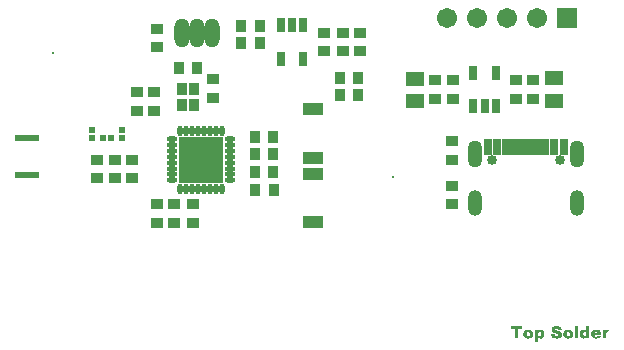
<source format=gts>
G04*
G04 #@! TF.GenerationSoftware,Altium Limited,Altium Designer,24.0.1 (36)*
G04*
G04 Layer_Color=8388736*
%FSLAX44Y44*%
%MOMM*%
G71*
G04*
G04 #@! TF.SameCoordinates,F64AAE0E-53C9-4E3E-96B2-16B86AA6748B*
G04*
G04*
G04 #@! TF.FilePolarity,Negative*
G04*
G01*
G75*
%ADD33R,0.8032X1.3032*%
%ADD34R,0.9032X1.1032*%
%ADD35R,0.5532X0.5532*%
%ADD36R,1.5032X1.2032*%
%ADD37R,1.1032X0.9032*%
%ADD38R,0.8032X1.3032*%
%ADD39O,0.9532X0.4532*%
%ADD40O,0.4532X0.9532*%
%ADD41R,3.7032X4.0032*%
%ADD42R,1.8032X1.1032*%
%ADD43R,0.5532X0.5532*%
%ADD44R,0.9532X1.0532*%
%ADD45R,2.0032X0.6032*%
%ADD46R,0.5032X1.3532*%
%ADD47R,0.8032X1.3532*%
%ADD48R,1.7032X1.7032*%
%ADD49C,1.7032*%
%ADD50O,1.3112X2.4632*%
%ADD51C,0.2032*%
%ADD52C,0.8532*%
%ADD53O,1.2532X2.3032*%
%ADD54O,1.2032X2.2032*%
%ADD55C,0.9032*%
G36*
X469498Y-78014D02*
X469664Y-78028D01*
X469845Y-78042D01*
X470053Y-78056D01*
X470275Y-78097D01*
X470760Y-78180D01*
X471245Y-78305D01*
X471481Y-78389D01*
X471717Y-78485D01*
X471939Y-78610D01*
X472133Y-78735D01*
X472147Y-78749D01*
X472174Y-78763D01*
X472230Y-78818D01*
X472299Y-78874D01*
X472383Y-78943D01*
X472466Y-79040D01*
X472563Y-79165D01*
X472674Y-79290D01*
X472771Y-79443D01*
X472882Y-79609D01*
X472979Y-79803D01*
X473076Y-80011D01*
X473173Y-80233D01*
X473242Y-80469D01*
X473312Y-80732D01*
X473353Y-81024D01*
X470399Y-81190D01*
Y-81176D01*
Y-81162D01*
X470372Y-81079D01*
X470344Y-80954D01*
X470288Y-80815D01*
X470219Y-80649D01*
X470136Y-80483D01*
X470025Y-80330D01*
X469900Y-80205D01*
X469886Y-80191D01*
X469831Y-80150D01*
X469748Y-80108D01*
X469637Y-80039D01*
X469484Y-79983D01*
X469304Y-79942D01*
X469096Y-79900D01*
X468860Y-79886D01*
X468777D01*
X468680Y-79900D01*
X468555Y-79914D01*
X468416Y-79942D01*
X468291Y-79983D01*
X468153Y-80039D01*
X468042Y-80122D01*
X468028Y-80136D01*
X468000Y-80164D01*
X467959Y-80219D01*
X467917Y-80275D01*
X467862Y-80358D01*
X467820Y-80455D01*
X467792Y-80566D01*
X467778Y-80691D01*
Y-80704D01*
Y-80732D01*
X467792Y-80774D01*
X467806Y-80829D01*
X467834Y-80899D01*
X467875Y-80968D01*
X467931Y-81051D01*
X468000Y-81121D01*
X468014Y-81134D01*
X468042Y-81148D01*
X468111Y-81190D01*
X468208Y-81245D01*
X468347Y-81301D01*
X468527Y-81356D01*
X468763Y-81426D01*
X468888Y-81467D01*
X469040Y-81495D01*
X469068D01*
X469137Y-81509D01*
X469234Y-81537D01*
X469373Y-81564D01*
X469539Y-81606D01*
X469734Y-81661D01*
X469956Y-81717D01*
X470177Y-81772D01*
X470663Y-81911D01*
X471148Y-82064D01*
X471384Y-82147D01*
X471606Y-82230D01*
X471800Y-82313D01*
X471980Y-82396D01*
X471994D01*
X472022Y-82410D01*
X472064Y-82438D01*
X472119Y-82480D01*
X472285Y-82577D01*
X472480Y-82702D01*
X472688Y-82868D01*
X472896Y-83062D01*
X473104Y-83270D01*
X473270Y-83520D01*
Y-83534D01*
X473284Y-83547D01*
X473312Y-83589D01*
X473340Y-83631D01*
X473409Y-83769D01*
X473478Y-83950D01*
X473561Y-84172D01*
X473617Y-84421D01*
X473672Y-84699D01*
X473686Y-85004D01*
Y-85018D01*
Y-85045D01*
Y-85101D01*
X473672Y-85170D01*
Y-85253D01*
X473658Y-85364D01*
X473617Y-85600D01*
X473561Y-85877D01*
X473464Y-86182D01*
X473326Y-86488D01*
X473145Y-86807D01*
Y-86820D01*
X473118Y-86848D01*
X473090Y-86890D01*
X473048Y-86945D01*
X472923Y-87084D01*
X472757Y-87264D01*
X472535Y-87472D01*
X472285Y-87680D01*
X471980Y-87874D01*
X471634Y-88055D01*
X471620D01*
X471592Y-88069D01*
X471537Y-88096D01*
X471453Y-88124D01*
X471370Y-88152D01*
X471245Y-88180D01*
X471120Y-88221D01*
X470968Y-88263D01*
X470802Y-88304D01*
X470607Y-88332D01*
X470413Y-88374D01*
X470191Y-88401D01*
X469969Y-88429D01*
X469720Y-88457D01*
X469193Y-88471D01*
X468943D01*
X468777Y-88457D01*
X468569Y-88443D01*
X468319Y-88415D01*
X468056Y-88388D01*
X467778Y-88346D01*
X467487Y-88291D01*
X467182Y-88235D01*
X466891Y-88152D01*
X466599Y-88055D01*
X466322Y-87944D01*
X466059Y-87805D01*
X465823Y-87653D01*
X465615Y-87486D01*
X465601Y-87472D01*
X465573Y-87444D01*
X465518Y-87389D01*
X465462Y-87306D01*
X465379Y-87209D01*
X465296Y-87084D01*
X465199Y-86945D01*
X465102Y-86793D01*
X465005Y-86612D01*
X464907Y-86432D01*
X464824Y-86224D01*
X464727Y-85988D01*
X464658Y-85753D01*
X464589Y-85503D01*
X464533Y-85226D01*
X464505Y-84948D01*
X467487Y-84754D01*
Y-84768D01*
Y-84782D01*
X467501Y-84823D01*
Y-84879D01*
X467529Y-85004D01*
X467570Y-85170D01*
X467626Y-85350D01*
X467681Y-85531D01*
X467778Y-85711D01*
X467875Y-85864D01*
X467903Y-85891D01*
X467972Y-85961D01*
X468069Y-86058D01*
X468236Y-86169D01*
X468430Y-86280D01*
X468666Y-86377D01*
X468929Y-86446D01*
X469082Y-86460D01*
X469248Y-86474D01*
X469359D01*
X469484Y-86460D01*
X469623Y-86432D01*
X469789Y-86404D01*
X469969Y-86349D01*
X470122Y-86266D01*
X470275Y-86169D01*
X470288Y-86155D01*
X470330Y-86113D01*
X470399Y-86044D01*
X470469Y-85961D01*
X470524Y-85850D01*
X470593Y-85725D01*
X470635Y-85586D01*
X470649Y-85434D01*
Y-85420D01*
Y-85364D01*
X470635Y-85295D01*
X470607Y-85198D01*
X470566Y-85087D01*
X470496Y-84976D01*
X470413Y-84851D01*
X470302Y-84740D01*
X470288Y-84726D01*
X470233Y-84685D01*
X470122Y-84629D01*
X470053Y-84588D01*
X469969Y-84546D01*
X469872Y-84504D01*
X469761Y-84449D01*
X469623Y-84407D01*
X469484Y-84352D01*
X469318Y-84296D01*
X469123Y-84255D01*
X468915Y-84199D01*
X468694Y-84144D01*
X468666D01*
X468610Y-84116D01*
X468499Y-84102D01*
X468361Y-84061D01*
X468194Y-84019D01*
X468000Y-83964D01*
X467778Y-83894D01*
X467556Y-83825D01*
X467071Y-83645D01*
X466586Y-83437D01*
X466350Y-83326D01*
X466142Y-83201D01*
X465934Y-83062D01*
X465754Y-82923D01*
X465740Y-82910D01*
X465712Y-82882D01*
X465670Y-82840D01*
X465615Y-82785D01*
X465545Y-82715D01*
X465476Y-82618D01*
X465393Y-82507D01*
X465324Y-82396D01*
X465240Y-82258D01*
X465157Y-82105D01*
X465019Y-81772D01*
X464963Y-81592D01*
X464921Y-81398D01*
X464894Y-81190D01*
X464880Y-80968D01*
Y-80954D01*
Y-80926D01*
Y-80885D01*
X464894Y-80829D01*
X464907Y-80691D01*
X464935Y-80497D01*
X464991Y-80261D01*
X465074Y-80025D01*
X465171Y-79761D01*
X465324Y-79498D01*
Y-79484D01*
X465351Y-79470D01*
X465407Y-79387D01*
X465518Y-79262D01*
X465670Y-79096D01*
X465851Y-78929D01*
X466086Y-78749D01*
X466364Y-78569D01*
X466683Y-78402D01*
X466697D01*
X466724Y-78389D01*
X466780Y-78361D01*
X466849Y-78333D01*
X466946Y-78305D01*
X467057Y-78278D01*
X467182Y-78236D01*
X467335Y-78194D01*
X467501Y-78167D01*
X467695Y-78125D01*
X467903Y-78097D01*
X468125Y-78056D01*
X468361Y-78042D01*
X468624Y-78014D01*
X468888Y-78000D01*
X469359D01*
X469498Y-78014D01*
D02*
G37*
G36*
X496971Y-88304D02*
X494322D01*
Y-87236D01*
X494295Y-87250D01*
X494225Y-87334D01*
X494128Y-87458D01*
X493989Y-87597D01*
X493837Y-87750D01*
X493671Y-87902D01*
X493504Y-88041D01*
X493324Y-88152D01*
X493296Y-88166D01*
X493213Y-88207D01*
X493088Y-88249D01*
X492922Y-88304D01*
X492728Y-88374D01*
X492492Y-88415D01*
X492242Y-88457D01*
X491965Y-88471D01*
X491895D01*
X491826Y-88457D01*
X491715D01*
X491590Y-88429D01*
X491452Y-88415D01*
X491285Y-88374D01*
X491119Y-88332D01*
X490938Y-88263D01*
X490744Y-88193D01*
X490564Y-88096D01*
X490370Y-87985D01*
X490176Y-87861D01*
X489995Y-87708D01*
X489829Y-87528D01*
X489677Y-87334D01*
X489663Y-87320D01*
X489649Y-87278D01*
X489607Y-87223D01*
X489552Y-87126D01*
X489496Y-87015D01*
X489427Y-86890D01*
X489357Y-86737D01*
X489288Y-86557D01*
X489205Y-86363D01*
X489136Y-86155D01*
X489066Y-85933D01*
X489011Y-85683D01*
X488955Y-85434D01*
X488914Y-85156D01*
X488900Y-84865D01*
X488886Y-84574D01*
Y-84546D01*
Y-84491D01*
Y-84394D01*
X488900Y-84269D01*
X488914Y-84116D01*
X488928Y-83950D01*
X488955Y-83742D01*
X488997Y-83534D01*
X489094Y-83090D01*
X489177Y-82854D01*
X489260Y-82618D01*
X489357Y-82396D01*
X489468Y-82175D01*
X489607Y-81966D01*
X489760Y-81772D01*
X489773Y-81758D01*
X489801Y-81731D01*
X489843Y-81689D01*
X489912Y-81620D01*
X490009Y-81551D01*
X490106Y-81467D01*
X490231Y-81370D01*
X490370Y-81287D01*
X490522Y-81190D01*
X490689Y-81107D01*
X490869Y-81024D01*
X491063Y-80954D01*
X491271Y-80885D01*
X491493Y-80843D01*
X491729Y-80815D01*
X491979Y-80802D01*
X492090D01*
X492214Y-80815D01*
X492367Y-80829D01*
X492561Y-80857D01*
X492755Y-80899D01*
X492963Y-80954D01*
X493171Y-81024D01*
X493199Y-81037D01*
X493268Y-81065D01*
X493366Y-81121D01*
X493490Y-81190D01*
X493643Y-81287D01*
X493809Y-81398D01*
X493962Y-81537D01*
X494128Y-81689D01*
Y-78167D01*
X496971D01*
Y-88304D01*
D02*
G37*
G36*
X455824Y-80815D02*
X455935D01*
X456046Y-80829D01*
X456198Y-80857D01*
X456351Y-80899D01*
X456517Y-80940D01*
X456697Y-81010D01*
X456892Y-81079D01*
X457072Y-81176D01*
X457266Y-81287D01*
X457446Y-81412D01*
X457627Y-81564D01*
X457807Y-81745D01*
X457959Y-81939D01*
X457973Y-81953D01*
X458001Y-81994D01*
X458029Y-82050D01*
X458084Y-82133D01*
X458154Y-82244D01*
X458223Y-82383D01*
X458292Y-82535D01*
X458376Y-82702D01*
X458445Y-82896D01*
X458514Y-83104D01*
X458583Y-83340D01*
X458653Y-83589D01*
X458708Y-83839D01*
X458736Y-84116D01*
X458764Y-84407D01*
X458778Y-84712D01*
Y-84726D01*
Y-84796D01*
Y-84893D01*
X458764Y-85018D01*
X458750Y-85170D01*
X458736Y-85337D01*
X458708Y-85545D01*
X458667Y-85753D01*
X458556Y-86196D01*
X458486Y-86432D01*
X458403Y-86668D01*
X458306Y-86890D01*
X458181Y-87112D01*
X458043Y-87320D01*
X457890Y-87514D01*
X457876Y-87528D01*
X457849Y-87556D01*
X457807Y-87597D01*
X457738Y-87666D01*
X457640Y-87736D01*
X457543Y-87819D01*
X457419Y-87902D01*
X457280Y-87985D01*
X457127Y-88083D01*
X456961Y-88166D01*
X456781Y-88249D01*
X456586Y-88318D01*
X456378Y-88388D01*
X456157Y-88429D01*
X455921Y-88457D01*
X455671Y-88471D01*
X455560D01*
X455435Y-88457D01*
X455283Y-88443D01*
X455089Y-88415D01*
X454894Y-88374D01*
X454687Y-88318D01*
X454478Y-88249D01*
X454451Y-88235D01*
X454395Y-88207D01*
X454284Y-88152D01*
X454160Y-88083D01*
X454021Y-87985D01*
X453854Y-87874D01*
X453702Y-87750D01*
X453535Y-87597D01*
Y-91092D01*
X450692D01*
Y-80968D01*
X453327D01*
Y-82050D01*
X453355Y-82036D01*
X453424Y-81953D01*
X453521Y-81828D01*
X453660Y-81689D01*
X453813Y-81537D01*
X453979Y-81384D01*
X454146Y-81245D01*
X454326Y-81134D01*
X454340D01*
X454354Y-81121D01*
X454437Y-81079D01*
X454562Y-81024D01*
X454728Y-80968D01*
X454922Y-80913D01*
X455158Y-80857D01*
X455408Y-80815D01*
X455685Y-80802D01*
X455754D01*
X455824Y-80815D01*
D02*
G37*
G36*
X512795D02*
X512962Y-80843D01*
X513170Y-80899D01*
X513405Y-80968D01*
X513655Y-81065D01*
X513932Y-81190D01*
X513059Y-83201D01*
X513031Y-83187D01*
X512975Y-83173D01*
X512892Y-83132D01*
X512767Y-83090D01*
X512518Y-83020D01*
X512393Y-83007D01*
X512268Y-82993D01*
X512171D01*
X512074Y-83020D01*
X511949Y-83048D01*
X511810Y-83104D01*
X511672Y-83187D01*
X511533Y-83298D01*
X511408Y-83450D01*
Y-83464D01*
X511394Y-83478D01*
X511367Y-83520D01*
X511339Y-83575D01*
X511311Y-83659D01*
X511270Y-83742D01*
X511228Y-83867D01*
X511200Y-83991D01*
X511159Y-84144D01*
X511117Y-84324D01*
X511075Y-84518D01*
X511048Y-84740D01*
X511020Y-84976D01*
X510992Y-85239D01*
X510978Y-85531D01*
Y-85850D01*
Y-88304D01*
X508149D01*
Y-80968D01*
X510784D01*
Y-82161D01*
X510798Y-82147D01*
X510826Y-82105D01*
X510854Y-82050D01*
X510923Y-81911D01*
X511020Y-81745D01*
X511145Y-81578D01*
X511270Y-81398D01*
X511408Y-81231D01*
X511561Y-81107D01*
X511575Y-81093D01*
X511630Y-81065D01*
X511713Y-81010D01*
X511838Y-80954D01*
X511977Y-80899D01*
X512157Y-80843D01*
X512351Y-80815D01*
X512559Y-80802D01*
X512670D01*
X512795Y-80815D01*
D02*
G37*
G36*
X487430Y-88304D02*
X484614D01*
Y-78167D01*
X487430D01*
Y-88304D01*
D02*
G37*
G36*
X440014Y-80663D02*
X436824D01*
Y-88304D01*
X433690D01*
Y-80663D01*
X430500D01*
Y-78167D01*
X440014D01*
Y-80663D01*
D02*
G37*
G36*
X502741Y-80815D02*
X502865D01*
X503018Y-80829D01*
X503198Y-80843D01*
X503378Y-80857D01*
X503767Y-80926D01*
X504183Y-81010D01*
X504585Y-81121D01*
X504779Y-81204D01*
X504959Y-81287D01*
X504973D01*
X505001Y-81315D01*
X505043Y-81342D01*
X505112Y-81370D01*
X505278Y-81481D01*
X505473Y-81634D01*
X505695Y-81828D01*
X505930Y-82064D01*
X506152Y-82355D01*
X506346Y-82674D01*
Y-82688D01*
X506374Y-82715D01*
X506388Y-82771D01*
X506429Y-82840D01*
X506457Y-82923D01*
X506499Y-83034D01*
X506540Y-83159D01*
X506596Y-83312D01*
X506637Y-83464D01*
X506679Y-83645D01*
X506721Y-83839D01*
X506762Y-84047D01*
X506790Y-84269D01*
X506818Y-84518D01*
X506832Y-84768D01*
Y-85031D01*
Y-85337D01*
X501187D01*
Y-85350D01*
Y-85364D01*
X501201Y-85448D01*
X501229Y-85572D01*
X501257Y-85711D01*
X501312Y-85877D01*
X501367Y-86044D01*
X501451Y-86210D01*
X501548Y-86349D01*
X501562Y-86363D01*
X501617Y-86418D01*
X501714Y-86502D01*
X501839Y-86585D01*
X501992Y-86668D01*
X502172Y-86751D01*
X502380Y-86807D01*
X502616Y-86820D01*
X502685D01*
X502768Y-86807D01*
X502865Y-86793D01*
X502990Y-86779D01*
X503129Y-86737D01*
X503268Y-86696D01*
X503406Y-86626D01*
X503420Y-86612D01*
X503448Y-86599D01*
X503489Y-86571D01*
X503559Y-86515D01*
X503628Y-86446D01*
X503711Y-86363D01*
X503808Y-86266D01*
X503905Y-86155D01*
X506679Y-86404D01*
X506665Y-86418D01*
X506651Y-86446D01*
X506610Y-86515D01*
X506568Y-86585D01*
X506499Y-86682D01*
X506429Y-86779D01*
X506249Y-87015D01*
X506027Y-87278D01*
X505764Y-87542D01*
X505459Y-87791D01*
X505306Y-87902D01*
X505140Y-87999D01*
X505126D01*
X505098Y-88013D01*
X505043Y-88041D01*
X504973Y-88069D01*
X504876Y-88110D01*
X504765Y-88152D01*
X504627Y-88193D01*
X504474Y-88235D01*
X504308Y-88277D01*
X504114Y-88318D01*
X503905Y-88360D01*
X503670Y-88401D01*
X503420Y-88429D01*
X503157Y-88457D01*
X502865Y-88471D01*
X502324D01*
X502200Y-88457D01*
X502061Y-88443D01*
X501894D01*
X501728Y-88415D01*
X501354Y-88374D01*
X500979Y-88304D01*
X500605Y-88207D01*
X500424Y-88138D01*
X500258Y-88069D01*
X500244D01*
X500216Y-88055D01*
X500175Y-88027D01*
X500119Y-87985D01*
X499967Y-87888D01*
X499773Y-87750D01*
X499551Y-87569D01*
X499329Y-87347D01*
X499093Y-87070D01*
X498871Y-86765D01*
Y-86751D01*
X498843Y-86723D01*
X498816Y-86668D01*
X498788Y-86599D01*
X498746Y-86515D01*
X498705Y-86418D01*
X498649Y-86293D01*
X498608Y-86169D01*
X498552Y-86016D01*
X498497Y-85850D01*
X498414Y-85489D01*
X498358Y-85087D01*
X498330Y-84657D01*
Y-84643D01*
Y-84574D01*
X498344Y-84491D01*
Y-84366D01*
X498358Y-84227D01*
X498386Y-84061D01*
X498427Y-83867D01*
X498469Y-83659D01*
X498525Y-83450D01*
X498594Y-83215D01*
X498691Y-82993D01*
X498788Y-82757D01*
X498913Y-82521D01*
X499065Y-82299D01*
X499232Y-82078D01*
X499426Y-81869D01*
X499440Y-81856D01*
X499481Y-81828D01*
X499537Y-81772D01*
X499634Y-81703D01*
X499745Y-81620D01*
X499870Y-81537D01*
X500036Y-81440D01*
X500216Y-81329D01*
X500424Y-81231D01*
X500646Y-81134D01*
X500910Y-81051D01*
X501173Y-80968D01*
X501465Y-80899D01*
X501784Y-80843D01*
X502116Y-80815D01*
X502477Y-80802D01*
X502630D01*
X502741Y-80815D01*
D02*
G37*
G36*
X479137D02*
X479289D01*
X479469Y-80843D01*
X479691Y-80871D01*
X479913Y-80913D01*
X480177Y-80968D01*
X480440Y-81037D01*
X480704Y-81121D01*
X480981Y-81218D01*
X481258Y-81342D01*
X481536Y-81495D01*
X481785Y-81661D01*
X482035Y-81869D01*
X482257Y-82091D01*
X482271Y-82105D01*
X482299Y-82133D01*
X482340Y-82202D01*
X482396Y-82272D01*
X482465Y-82369D01*
X482548Y-82493D01*
X482631Y-82632D01*
X482715Y-82785D01*
X482798Y-82965D01*
X482881Y-83159D01*
X482964Y-83367D01*
X483033Y-83589D01*
X483089Y-83825D01*
X483131Y-84074D01*
X483158Y-84338D01*
X483172Y-84615D01*
Y-84629D01*
Y-84685D01*
X483158Y-84782D01*
Y-84893D01*
X483144Y-85045D01*
X483117Y-85212D01*
X483075Y-85406D01*
X483033Y-85600D01*
X482964Y-85822D01*
X482895Y-86044D01*
X482798Y-86280D01*
X482687Y-86515D01*
X482562Y-86737D01*
X482409Y-86973D01*
X482229Y-87195D01*
X482035Y-87403D01*
X482021Y-87417D01*
X481979Y-87444D01*
X481924Y-87500D01*
X481827Y-87569D01*
X481716Y-87653D01*
X481577Y-87736D01*
X481411Y-87833D01*
X481231Y-87930D01*
X481023Y-88041D01*
X480787Y-88138D01*
X480523Y-88221D01*
X480246Y-88304D01*
X479955Y-88374D01*
X479636Y-88429D01*
X479289Y-88457D01*
X478928Y-88471D01*
X478762D01*
X478637Y-88457D01*
X478485Y-88443D01*
X478304Y-88429D01*
X478110Y-88401D01*
X477902Y-88360D01*
X477444Y-88249D01*
X477209Y-88180D01*
X476973Y-88096D01*
X476723Y-87999D01*
X476502Y-87874D01*
X476266Y-87736D01*
X476058Y-87583D01*
X476044Y-87569D01*
X476002Y-87528D01*
X475933Y-87472D01*
X475850Y-87375D01*
X475753Y-87264D01*
X475642Y-87139D01*
X475517Y-86973D01*
X475392Y-86807D01*
X475267Y-86599D01*
X475142Y-86377D01*
X475031Y-86141D01*
X474934Y-85877D01*
X474851Y-85600D01*
X474782Y-85309D01*
X474740Y-84990D01*
X474726Y-84657D01*
Y-84643D01*
Y-84588D01*
X474740Y-84491D01*
Y-84380D01*
X474768Y-84241D01*
X474782Y-84074D01*
X474823Y-83880D01*
X474865Y-83686D01*
X474921Y-83464D01*
X475004Y-83242D01*
X475087Y-83020D01*
X475198Y-82785D01*
X475323Y-82549D01*
X475475Y-82327D01*
X475656Y-82105D01*
X475850Y-81897D01*
X475863Y-81883D01*
X475905Y-81856D01*
X475975Y-81800D01*
X476058Y-81731D01*
X476169Y-81648D01*
X476307Y-81551D01*
X476474Y-81453D01*
X476668Y-81342D01*
X476876Y-81245D01*
X477098Y-81148D01*
X477361Y-81051D01*
X477625Y-80968D01*
X477930Y-80899D01*
X478235Y-80843D01*
X478568Y-80815D01*
X478928Y-80802D01*
X479025D01*
X479137Y-80815D01*
D02*
G37*
G36*
X445298D02*
X445450D01*
X445630Y-80843D01*
X445852Y-80871D01*
X446074Y-80913D01*
X446338Y-80968D01*
X446601Y-81037D01*
X446865Y-81121D01*
X447142Y-81218D01*
X447420Y-81342D01*
X447697Y-81495D01*
X447946Y-81661D01*
X448196Y-81869D01*
X448418Y-82091D01*
X448432Y-82105D01*
X448460Y-82133D01*
X448501Y-82202D01*
X448557Y-82272D01*
X448626Y-82369D01*
X448709Y-82493D01*
X448792Y-82632D01*
X448876Y-82785D01*
X448959Y-82965D01*
X449042Y-83159D01*
X449125Y-83367D01*
X449195Y-83589D01*
X449250Y-83825D01*
X449292Y-84074D01*
X449319Y-84338D01*
X449333Y-84615D01*
Y-84629D01*
Y-84685D01*
X449319Y-84782D01*
Y-84893D01*
X449306Y-85045D01*
X449278Y-85212D01*
X449236Y-85406D01*
X449195Y-85600D01*
X449125Y-85822D01*
X449056Y-86044D01*
X448959Y-86280D01*
X448848Y-86515D01*
X448723Y-86737D01*
X448571Y-86973D01*
X448390Y-87195D01*
X448196Y-87403D01*
X448182Y-87417D01*
X448141Y-87444D01*
X448085Y-87500D01*
X447988Y-87569D01*
X447877Y-87653D01*
X447738Y-87736D01*
X447572Y-87833D01*
X447392Y-87930D01*
X447184Y-88041D01*
X446948Y-88138D01*
X446684Y-88221D01*
X446407Y-88304D01*
X446116Y-88374D01*
X445797Y-88429D01*
X445450Y-88457D01*
X445090Y-88471D01*
X444923D01*
X444798Y-88457D01*
X444646Y-88443D01*
X444465Y-88429D01*
X444271Y-88401D01*
X444063Y-88360D01*
X443606Y-88249D01*
X443370Y-88180D01*
X443134Y-88096D01*
X442884Y-87999D01*
X442663Y-87874D01*
X442427Y-87736D01*
X442219Y-87583D01*
X442205Y-87569D01*
X442163Y-87528D01*
X442094Y-87472D01*
X442011Y-87375D01*
X441914Y-87264D01*
X441803Y-87139D01*
X441678Y-86973D01*
X441553Y-86807D01*
X441428Y-86599D01*
X441303Y-86377D01*
X441193Y-86141D01*
X441096Y-85877D01*
X441012Y-85600D01*
X440943Y-85309D01*
X440901Y-84990D01*
X440887Y-84657D01*
Y-84643D01*
Y-84588D01*
X440901Y-84491D01*
Y-84380D01*
X440929Y-84241D01*
X440943Y-84074D01*
X440984Y-83880D01*
X441026Y-83686D01*
X441082Y-83464D01*
X441165Y-83242D01*
X441248Y-83020D01*
X441359Y-82785D01*
X441484Y-82549D01*
X441636Y-82327D01*
X441817Y-82105D01*
X442011Y-81897D01*
X442025Y-81883D01*
X442066Y-81856D01*
X442136Y-81800D01*
X442219Y-81731D01*
X442330Y-81648D01*
X442468Y-81551D01*
X442635Y-81453D01*
X442829Y-81342D01*
X443037Y-81245D01*
X443259Y-81148D01*
X443522Y-81051D01*
X443786Y-80968D01*
X444091Y-80899D01*
X444396Y-80843D01*
X444729Y-80815D01*
X445090Y-80802D01*
X445187D01*
X445298Y-80815D01*
D02*
G37*
%LPC*%
G36*
X492852Y-82910D02*
X492769D01*
X492672Y-82937D01*
X492561Y-82965D01*
X492436Y-83007D01*
X492298Y-83090D01*
X492159Y-83187D01*
X492020Y-83326D01*
X492006Y-83340D01*
X491965Y-83409D01*
X491923Y-83506D01*
X491868Y-83645D01*
X491798Y-83839D01*
X491757Y-84074D01*
X491715Y-84352D01*
X491701Y-84685D01*
Y-84699D01*
Y-84726D01*
Y-84768D01*
Y-84823D01*
X491715Y-84990D01*
X491743Y-85184D01*
X491785Y-85392D01*
X491840Y-85614D01*
X491923Y-85808D01*
X492034Y-85988D01*
X492048Y-86002D01*
X492103Y-86058D01*
X492173Y-86113D01*
X492270Y-86196D01*
X492395Y-86266D01*
X492533Y-86335D01*
X492700Y-86390D01*
X492880Y-86404D01*
X492908D01*
X492977Y-86390D01*
X493074Y-86377D01*
X493199Y-86349D01*
X493338Y-86307D01*
X493490Y-86224D01*
X493643Y-86127D01*
X493782Y-85988D01*
X493795Y-85975D01*
X493837Y-85905D01*
X493893Y-85808D01*
X493962Y-85655D01*
X494031Y-85475D01*
X494087Y-85239D01*
X494128Y-84962D01*
X494142Y-84629D01*
Y-84615D01*
Y-84588D01*
Y-84546D01*
Y-84491D01*
X494128Y-84338D01*
X494100Y-84144D01*
X494045Y-83936D01*
X493989Y-83728D01*
X493893Y-83520D01*
X493768Y-83340D01*
X493754Y-83326D01*
X493698Y-83270D01*
X493629Y-83201D01*
X493518Y-83118D01*
X493379Y-83048D01*
X493227Y-82979D01*
X493046Y-82923D01*
X492852Y-82910D01*
D02*
G37*
G36*
X454770Y-82868D02*
X454687D01*
X454576Y-82896D01*
X454451Y-82923D01*
X454312Y-82979D01*
X454160Y-83048D01*
X454007Y-83159D01*
X453868Y-83298D01*
X453854Y-83312D01*
X453813Y-83381D01*
X453757Y-83478D01*
X453688Y-83617D01*
X453619Y-83811D01*
X453563Y-84047D01*
X453521Y-84324D01*
X453508Y-84657D01*
Y-84671D01*
Y-84699D01*
Y-84740D01*
Y-84796D01*
X453521Y-84948D01*
X453549Y-85142D01*
X453591Y-85350D01*
X453660Y-85572D01*
X453743Y-85766D01*
X453868Y-85947D01*
X453882Y-85961D01*
X453938Y-86016D01*
X454021Y-86072D01*
X454132Y-86155D01*
X454257Y-86224D01*
X454423Y-86293D01*
X454603Y-86349D01*
X454797Y-86363D01*
X454881D01*
X454978Y-86335D01*
X455089Y-86307D01*
X455227Y-86266D01*
X455366Y-86196D01*
X455505Y-86099D01*
X455630Y-85961D01*
X455643Y-85947D01*
X455685Y-85877D01*
X455741Y-85780D01*
X455796Y-85642D01*
X455851Y-85448D01*
X455907Y-85212D01*
X455948Y-84934D01*
X455962Y-84601D01*
Y-84588D01*
Y-84560D01*
Y-84518D01*
Y-84449D01*
X455948Y-84296D01*
X455921Y-84102D01*
X455879Y-83894D01*
X455810Y-83672D01*
X455727Y-83478D01*
X455616Y-83298D01*
X455602Y-83284D01*
X455560Y-83229D01*
X455477Y-83159D01*
X455380Y-83076D01*
X455255Y-83007D01*
X455116Y-82937D01*
X454950Y-82882D01*
X454770Y-82868D01*
D02*
G37*
G36*
X502588Y-82466D02*
X502560D01*
X502477Y-82480D01*
X502352Y-82493D01*
X502200Y-82535D01*
X502033Y-82591D01*
X501853Y-82688D01*
X501687Y-82826D01*
X501520Y-83007D01*
X501506Y-83020D01*
X501479Y-83062D01*
X501437Y-83145D01*
X501381Y-83256D01*
X501326Y-83395D01*
X501270Y-83561D01*
X501215Y-83756D01*
X501187Y-83991D01*
X503975D01*
Y-83977D01*
Y-83950D01*
X503961Y-83908D01*
Y-83853D01*
X503933Y-83714D01*
X503892Y-83534D01*
X503836Y-83353D01*
X503753Y-83159D01*
X503656Y-82979D01*
X503531Y-82826D01*
X503517Y-82812D01*
X503462Y-82771D01*
X503392Y-82715D01*
X503281Y-82646D01*
X503143Y-82577D01*
X502976Y-82521D01*
X502796Y-82480D01*
X502588Y-82466D01*
D02*
G37*
G36*
X478956Y-82743D02*
X478928D01*
X478859Y-82757D01*
X478748Y-82771D01*
X478596Y-82799D01*
X478443Y-82868D01*
X478277Y-82951D01*
X478096Y-83062D01*
X477944Y-83229D01*
X477930Y-83256D01*
X477888Y-83312D01*
X477819Y-83423D01*
X477750Y-83589D01*
X477666Y-83783D01*
X477611Y-84033D01*
X477556Y-84324D01*
X477542Y-84657D01*
Y-84671D01*
Y-84699D01*
Y-84754D01*
Y-84823D01*
X477556Y-84893D01*
X477569Y-84990D01*
X477597Y-85212D01*
X477639Y-85448D01*
X477708Y-85683D01*
X477805Y-85919D01*
X477930Y-86113D01*
X477944Y-86127D01*
X477999Y-86182D01*
X478096Y-86252D01*
X478207Y-86335D01*
X478360Y-86432D01*
X478526Y-86502D01*
X478720Y-86557D01*
X478942Y-86571D01*
X478970D01*
X479039Y-86557D01*
X479150Y-86543D01*
X479303Y-86515D01*
X479455Y-86460D01*
X479622Y-86377D01*
X479788Y-86266D01*
X479941Y-86113D01*
X479955Y-86085D01*
X480010Y-86030D01*
X480066Y-85919D01*
X480149Y-85753D01*
X480218Y-85545D01*
X480288Y-85295D01*
X480329Y-84990D01*
X480343Y-84629D01*
Y-84615D01*
Y-84588D01*
Y-84532D01*
Y-84477D01*
X480329Y-84310D01*
X480288Y-84102D01*
X480246Y-83867D01*
X480177Y-83631D01*
X480079Y-83409D01*
X479941Y-83215D01*
X479927Y-83201D01*
X479871Y-83145D01*
X479788Y-83062D01*
X479664Y-82979D01*
X479525Y-82896D01*
X479358Y-82812D01*
X479164Y-82757D01*
X478956Y-82743D01*
D02*
G37*
G36*
X445117D02*
X445090D01*
X445020Y-82757D01*
X444909Y-82771D01*
X444757Y-82799D01*
X444604Y-82868D01*
X444438Y-82951D01*
X444258Y-83062D01*
X444105Y-83229D01*
X444091Y-83256D01*
X444049Y-83312D01*
X443980Y-83423D01*
X443911Y-83589D01*
X443828Y-83783D01*
X443772Y-84033D01*
X443717Y-84324D01*
X443703Y-84657D01*
Y-84671D01*
Y-84699D01*
Y-84754D01*
Y-84823D01*
X443717Y-84893D01*
X443731Y-84990D01*
X443758Y-85212D01*
X443800Y-85448D01*
X443869Y-85683D01*
X443966Y-85919D01*
X444091Y-86113D01*
X444105Y-86127D01*
X444160Y-86182D01*
X444258Y-86252D01*
X444368Y-86335D01*
X444521Y-86432D01*
X444687Y-86502D01*
X444882Y-86557D01*
X445103Y-86571D01*
X445131D01*
X445201Y-86557D01*
X445312Y-86543D01*
X445464Y-86515D01*
X445617Y-86460D01*
X445783Y-86377D01*
X445949Y-86266D01*
X446102Y-86113D01*
X446116Y-86085D01*
X446171Y-86030D01*
X446227Y-85919D01*
X446310Y-85753D01*
X446379Y-85545D01*
X446449Y-85295D01*
X446490Y-84990D01*
X446504Y-84629D01*
Y-84615D01*
Y-84588D01*
Y-84532D01*
Y-84477D01*
X446490Y-84310D01*
X446449Y-84102D01*
X446407Y-83867D01*
X446338Y-83631D01*
X446241Y-83409D01*
X446102Y-83215D01*
X446088Y-83201D01*
X446033Y-83145D01*
X445949Y-83062D01*
X445825Y-82979D01*
X445686Y-82896D01*
X445519Y-82812D01*
X445325Y-82757D01*
X445117Y-82743D01*
D02*
G37*
%LPD*%
D33*
X254500Y176750D02*
D03*
X245000D02*
D03*
X235500D02*
D03*
Y148250D02*
D03*
X254500D02*
D03*
D34*
X202100Y176500D02*
D03*
X217900D02*
D03*
X202100Y161500D02*
D03*
X217900D02*
D03*
X285600Y132500D02*
D03*
X301400D02*
D03*
Y117500D02*
D03*
X285600D02*
D03*
X229400Y52500D02*
D03*
X213600D02*
D03*
X214100Y37000D02*
D03*
X229900D02*
D03*
X213600Y82500D02*
D03*
X229400D02*
D03*
X213600Y67500D02*
D03*
X229400D02*
D03*
X164900Y141000D02*
D03*
X149100D02*
D03*
D35*
X85358Y81313D02*
D03*
X91858D02*
D03*
D36*
X349000Y112300D02*
D03*
Y131700D02*
D03*
X467000Y112800D02*
D03*
Y132200D02*
D03*
D37*
X366500Y114600D02*
D03*
Y130400D02*
D03*
X381500Y114600D02*
D03*
Y130400D02*
D03*
X449500Y130400D02*
D03*
Y114600D02*
D03*
X434500Y130400D02*
D03*
Y114600D02*
D03*
X110000Y47100D02*
D03*
Y62900D02*
D03*
X80000Y47100D02*
D03*
Y62900D02*
D03*
X95000Y47100D02*
D03*
Y62900D02*
D03*
X303000Y170400D02*
D03*
Y154600D02*
D03*
X288000Y170400D02*
D03*
Y154600D02*
D03*
X272500Y154600D02*
D03*
Y170400D02*
D03*
X161000Y9600D02*
D03*
Y25400D02*
D03*
X130500Y9600D02*
D03*
Y25400D02*
D03*
X145500Y9600D02*
D03*
Y25400D02*
D03*
X131000Y173900D02*
D03*
Y158100D02*
D03*
X178000Y115100D02*
D03*
Y130900D02*
D03*
X113500Y119900D02*
D03*
Y104100D02*
D03*
X128500D02*
D03*
Y119900D02*
D03*
X381000Y40900D02*
D03*
Y25100D02*
D03*
Y63100D02*
D03*
Y78900D02*
D03*
D38*
X417602Y136500D02*
D03*
Y108500D02*
D03*
X408102D02*
D03*
X398602Y136500D02*
D03*
Y108500D02*
D03*
D39*
X143500Y80500D02*
D03*
Y75500D02*
D03*
Y70500D02*
D03*
Y65500D02*
D03*
Y60500D02*
D03*
Y55500D02*
D03*
Y50500D02*
D03*
Y45500D02*
D03*
X192500D02*
D03*
Y50500D02*
D03*
Y55500D02*
D03*
Y60500D02*
D03*
Y65500D02*
D03*
Y70500D02*
D03*
Y75500D02*
D03*
Y80500D02*
D03*
D40*
X150500Y38500D02*
D03*
X155500D02*
D03*
X160500D02*
D03*
X165500D02*
D03*
X170500D02*
D03*
X175500D02*
D03*
X180500D02*
D03*
X185500D02*
D03*
Y87500D02*
D03*
X180500D02*
D03*
X175500D02*
D03*
X170500D02*
D03*
X165500D02*
D03*
X160500D02*
D03*
X155500D02*
D03*
X150500D02*
D03*
D41*
X168000Y63000D02*
D03*
D42*
X263000Y10000D02*
D03*
Y51000D02*
D03*
Y64500D02*
D03*
Y105500D02*
D03*
D43*
X101541Y81301D02*
D03*
Y87801D02*
D03*
X76000Y81301D02*
D03*
Y87801D02*
D03*
D44*
X151750Y109250D02*
D03*
X162250D02*
D03*
X151750Y122750D02*
D03*
X162250D02*
D03*
D45*
X20500Y50000D02*
D03*
Y81000D02*
D03*
D46*
X425500Y73550D02*
D03*
X430500D02*
D03*
X435500D02*
D03*
X460500D02*
D03*
X455500D02*
D03*
X450500D02*
D03*
X440500D02*
D03*
X445500D02*
D03*
D47*
X467000D02*
D03*
X419000D02*
D03*
X475000D02*
D03*
X411000D02*
D03*
D48*
X477800Y183000D02*
D03*
D49*
X452400D02*
D03*
X427000D02*
D03*
X401600D02*
D03*
X376200D02*
D03*
D50*
X152400Y170099D02*
D03*
X177800D02*
D03*
X165100D02*
D03*
D51*
X331000Y48000D02*
D03*
X43000Y153000D02*
D03*
D52*
X414100Y62800D02*
D03*
X471900D02*
D03*
D53*
X486200Y67800D02*
D03*
X399800D02*
D03*
D54*
X486200Y26000D02*
D03*
X399800D02*
D03*
D55*
X157000Y74000D02*
D03*
X168000D02*
D03*
X179000D02*
D03*
X157000Y63000D02*
D03*
X168000D02*
D03*
X179000D02*
D03*
X157000Y52000D02*
D03*
X168000D02*
D03*
X179000D02*
D03*
M02*

</source>
